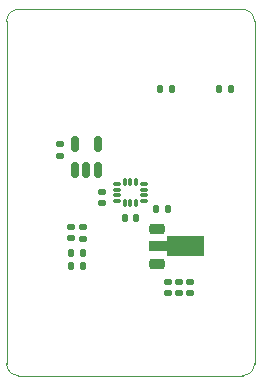
<source format=gbr>
%TF.GenerationSoftware,KiCad,Pcbnew,9.0.3-9.0.3-0~ubuntu24.04.1*%
%TF.CreationDate,2025-09-21T12:25:00+02:00*%
%TF.ProjectId,ant control board v2,616e7420-636f-46e7-9472-6f6c20626f61,2.0*%
%TF.SameCoordinates,Original*%
%TF.FileFunction,Paste,Bot*%
%TF.FilePolarity,Positive*%
%FSLAX46Y46*%
G04 Gerber Fmt 4.6, Leading zero omitted, Abs format (unit mm)*
G04 Created by KiCad (PCBNEW 9.0.3-9.0.3-0~ubuntu24.04.1) date 2025-09-21 12:25:00*
%MOMM*%
%LPD*%
G01*
G04 APERTURE LIST*
G04 Aperture macros list*
%AMRoundRect*
0 Rectangle with rounded corners*
0 $1 Rounding radius*
0 $2 $3 $4 $5 $6 $7 $8 $9 X,Y pos of 4 corners*
0 Add a 4 corners polygon primitive as box body*
4,1,4,$2,$3,$4,$5,$6,$7,$8,$9,$2,$3,0*
0 Add four circle primitives for the rounded corners*
1,1,$1+$1,$2,$3*
1,1,$1+$1,$4,$5*
1,1,$1+$1,$6,$7*
1,1,$1+$1,$8,$9*
0 Add four rect primitives between the rounded corners*
20,1,$1+$1,$2,$3,$4,$5,0*
20,1,$1+$1,$4,$5,$6,$7,0*
20,1,$1+$1,$6,$7,$8,$9,0*
20,1,$1+$1,$8,$9,$2,$3,0*%
%AMFreePoly0*
4,1,9,3.862500,-0.866500,0.737500,-0.866500,0.737500,-0.450000,-0.737500,-0.450000,-0.737500,0.450000,0.737500,0.450000,0.737500,0.866500,3.862500,0.866500,3.862500,-0.866500,3.862500,-0.866500,$1*%
G04 Aperture macros list end*
%ADD10RoundRect,0.135000X0.185000X-0.135000X0.185000X0.135000X-0.185000X0.135000X-0.185000X-0.135000X0*%
%ADD11RoundRect,0.135000X0.135000X0.185000X-0.135000X0.185000X-0.135000X-0.185000X0.135000X-0.185000X0*%
%ADD12RoundRect,0.135000X-0.135000X-0.185000X0.135000X-0.185000X0.135000X0.185000X-0.135000X0.185000X0*%
%ADD13RoundRect,0.150000X0.150000X-0.512500X0.150000X0.512500X-0.150000X0.512500X-0.150000X-0.512500X0*%
%ADD14RoundRect,0.140000X0.140000X0.170000X-0.140000X0.170000X-0.140000X-0.170000X0.140000X-0.170000X0*%
%ADD15RoundRect,0.225000X-0.425000X-0.225000X0.425000X-0.225000X0.425000X0.225000X-0.425000X0.225000X0*%
%ADD16FreePoly0,0.000000*%
%ADD17RoundRect,0.087500X0.225000X0.087500X-0.225000X0.087500X-0.225000X-0.087500X0.225000X-0.087500X0*%
%ADD18RoundRect,0.087500X0.087500X0.225000X-0.087500X0.225000X-0.087500X-0.225000X0.087500X-0.225000X0*%
%ADD19RoundRect,0.140000X-0.170000X0.140000X-0.170000X-0.140000X0.170000X-0.140000X0.170000X0.140000X0*%
%ADD20RoundRect,0.140000X-0.140000X-0.170000X0.140000X-0.170000X0.140000X0.170000X-0.140000X0.170000X0*%
%ADD21RoundRect,0.140000X0.170000X-0.140000X0.170000X0.140000X-0.170000X0.140000X-0.170000X-0.140000X0*%
%TA.AperFunction,Profile*%
%ADD22C,0.050000*%
%TD*%
G04 APERTURE END LIST*
D10*
%TO.C,R5*%
X105490000Y-129410000D03*
X105490000Y-128390000D03*
%TD*%
D11*
%TO.C,R4*%
X105500000Y-130600000D03*
X104480000Y-130600000D03*
%TD*%
D12*
%TO.C,R3*%
X104480000Y-131700000D03*
X105500000Y-131700000D03*
%TD*%
D13*
%TO.C,U8*%
X106720000Y-123637500D03*
X105770000Y-123637500D03*
X104820000Y-123637500D03*
X104820000Y-121362500D03*
X106720000Y-121362500D03*
%TD*%
D11*
%TO.C,R1*%
X113030000Y-116750000D03*
X112010000Y-116750000D03*
%TD*%
D14*
%TO.C,C10*%
X109970000Y-127700000D03*
X109010000Y-127700000D03*
%TD*%
D15*
%TO.C,U1*%
X111740000Y-131562500D03*
D16*
X111827500Y-130062500D03*
D15*
X111740000Y-128562500D03*
%TD*%
D17*
%TO.C,U5*%
X110652500Y-124750000D03*
X110652500Y-125250000D03*
X110652500Y-125750000D03*
X110652500Y-126250000D03*
D18*
X109990000Y-126412500D03*
X109490000Y-126412500D03*
X108990000Y-126412500D03*
D17*
X108327500Y-126250000D03*
X108327500Y-125750000D03*
X108327500Y-125250000D03*
X108327500Y-124750000D03*
D18*
X108990000Y-124587500D03*
X109490000Y-124587500D03*
X109990000Y-124587500D03*
%TD*%
D19*
%TO.C,C19*%
X103570000Y-121420000D03*
X103570000Y-122380000D03*
%TD*%
%TO.C,C3*%
X112670000Y-133070000D03*
X112670000Y-134030000D03*
%TD*%
D12*
%TO.C,R2*%
X117010000Y-116750000D03*
X118030000Y-116750000D03*
%TD*%
D19*
%TO.C,C2*%
X113620000Y-133070000D03*
X113620000Y-134030000D03*
%TD*%
D20*
%TO.C,C4*%
X111690000Y-126900000D03*
X112650000Y-126900000D03*
%TD*%
D21*
%TO.C,C8*%
X104490000Y-129380000D03*
X104490000Y-128420000D03*
%TD*%
D19*
%TO.C,C1*%
X114570000Y-133070000D03*
X114570000Y-134030000D03*
%TD*%
D21*
%TO.C,C9*%
X107090000Y-126380000D03*
X107090000Y-125420000D03*
%TD*%
D22*
X119000000Y-110000000D02*
X100000000Y-110000000D01*
X99000000Y-111000000D02*
G75*
G02*
X100000000Y-110000000I1000000J0D01*
G01*
X120000000Y-140000000D02*
X120000000Y-111000000D01*
X100000000Y-141000000D02*
X119000000Y-141000000D01*
X99000000Y-111000000D02*
X99000000Y-140000000D01*
X120000000Y-140000000D02*
G75*
G02*
X119000000Y-141000000I-1000000J0D01*
G01*
X100000000Y-141000000D02*
G75*
G02*
X99000000Y-140000000I0J1000000D01*
G01*
X119000000Y-110000000D02*
G75*
G02*
X120000000Y-111000000I0J-1000000D01*
G01*
M02*

</source>
